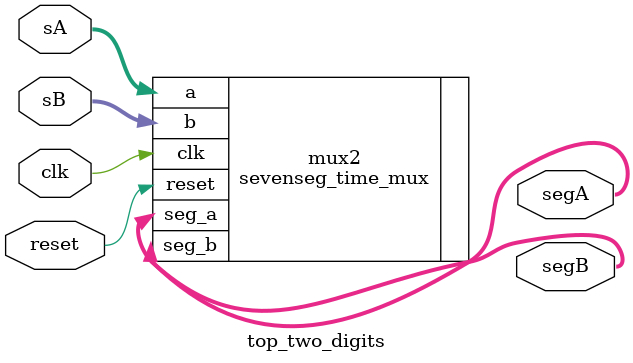
<source format=sv>
module top_two_digits (
    input  logic        clk,     // from your board oscillator/PLL
    input  logic        reset,   // sync, active-high
    input  logic [3:0]  sA,      // first nibble (e.g., SW[3:0])
    input  logic [3:0]  sB,      // second nibble (e.g., SW[7:4] or other source)
    output logic [6:0]  segA,    // wire to digit A segments (GFEDCBA)
    output logic [6:0]  segB     // wire to digit B segments (GFEDCBA)
);

    // One decoder, two displays — time-multiplexed:
    sevenseg_time_mux #(
        .DIVIDE(50_000)          // adjust for your board clock
    ) mux2 (
        .clk   (clk),
        .reset (reset),
        .a     (sA),
        .b     (sB),
        .seg_a (segA),
        .seg_b (segB)
    );

endmodule

</source>
